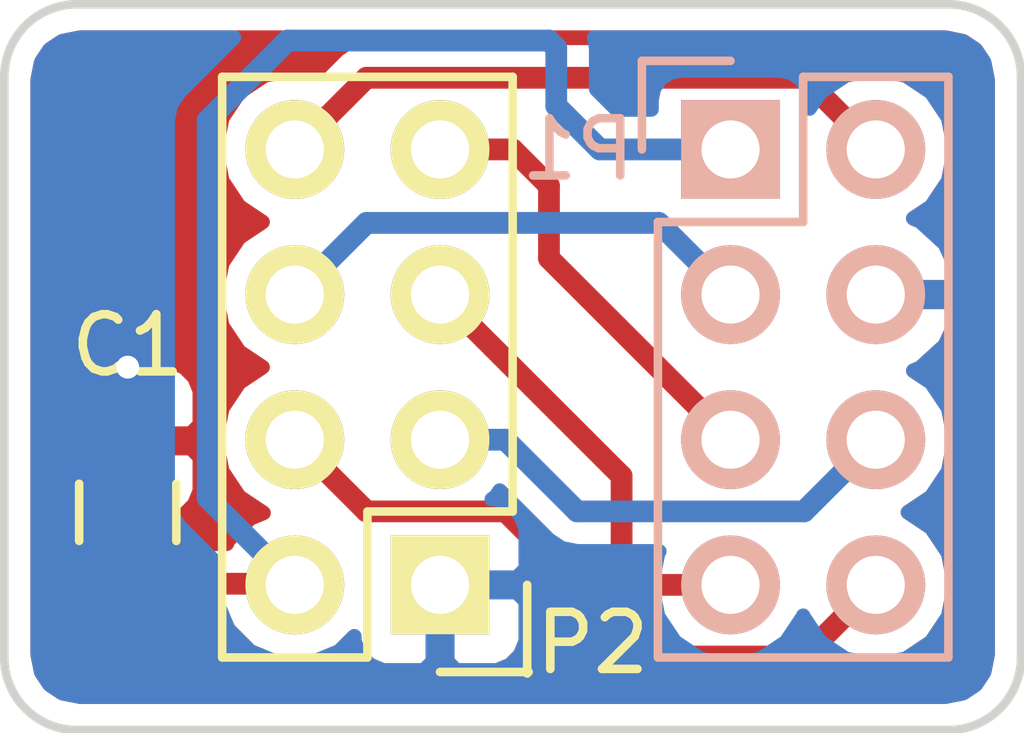
<source format=kicad_pcb>
(kicad_pcb (version 4) (host pcbnew 4.0.2+dfsg1-stable)

  (general
    (links 10)
    (no_connects 2)
    (area 151.054999 86.284999 168.985001 99.135001)
    (thickness 1.6)
    (drawings 8)
    (tracks 36)
    (zones 0)
    (modules 3)
    (nets 9)
  )

  (page A4)
  (layers
    (0 F.Cu signal)
    (31 B.Cu signal)
    (36 B.SilkS user)
    (37 F.SilkS user)
    (38 B.Mask user)
    (39 F.Mask user)
    (44 Edge.Cuts user)
    (46 B.CrtYd user)
    (47 F.CrtYd user)
  )

  (setup
    (last_trace_width 0.381)
    (user_trace_width 0.381)
    (trace_clearance 0.2)
    (zone_clearance 0.381)
    (zone_45_only no)
    (trace_min 0.2)
    (segment_width 0.2)
    (edge_width 0.15)
    (via_size 0.6)
    (via_drill 0.4)
    (via_min_size 0.4)
    (via_min_drill 0.3)
    (uvia_size 0.3)
    (uvia_drill 0.1)
    (uvias_allowed no)
    (uvia_min_size 0)
    (uvia_min_drill 0)
    (pcb_text_width 0.3)
    (pcb_text_size 1.5 1.5)
    (mod_edge_width 0.15)
    (mod_text_size 1 1)
    (mod_text_width 0.15)
    (pad_size 1.524 1.524)
    (pad_drill 0.762)
    (pad_to_mask_clearance 0.2)
    (aux_axis_origin 0 0)
    (visible_elements FFFFFF7F)
    (pcbplotparams
      (layerselection 0x00030_80000001)
      (usegerberextensions false)
      (excludeedgelayer true)
      (linewidth 0.100000)
      (plotframeref false)
      (viasonmask false)
      (mode 1)
      (useauxorigin false)
      (hpglpennumber 1)
      (hpglpenspeed 20)
      (hpglpendiameter 15)
      (hpglpenoverlay 2)
      (psnegative false)
      (psa4output false)
      (plotreference true)
      (plotvalue true)
      (plotinvisibletext false)
      (padsonsilk false)
      (subtractmaskfromsilk false)
      (outputformat 1)
      (mirror false)
      (drillshape 1)
      (scaleselection 1)
      (outputdirectory ""))
  )

  (net 0 "")
  (net 1 VDD)
  (net 2 GND)
  (net 3 ~IRQ)
  (net 4 MOSI)
  (net 5 CE)
  (net 6 MISO)
  (net 7 ~CSN)
  (net 8 SCK)

  (net_class Default "This is the default net class."
    (clearance 0.2)
    (trace_width 0.25)
    (via_dia 0.6)
    (via_drill 0.4)
    (uvia_dia 0.3)
    (uvia_drill 0.1)
    (add_net CE)
    (add_net GND)
    (add_net MISO)
    (add_net MOSI)
    (add_net SCK)
    (add_net VDD)
    (add_net ~CSN)
    (add_net ~IRQ)
  )

  (module Capacitors_SMD:C_0805_HandSoldering (layer F.Cu) (tedit 541A9B8D) (tstamp 5919E44D)
    (at 153.289 95.25 90)
    (descr "Capacitor SMD 0805, hand soldering")
    (tags "capacitor 0805")
    (path /5918EB3F)
    (attr smd)
    (fp_text reference C1 (at 2.921 0 180) (layer F.SilkS)
      (effects (font (size 1 1) (thickness 0.15)))
    )
    (fp_text value 10uF (at 0 2.1 90) (layer F.Fab)
      (effects (font (size 1 1) (thickness 0.15)))
    )
    (fp_line (start -2.3 -1) (end 2.3 -1) (layer F.CrtYd) (width 0.05))
    (fp_line (start -2.3 1) (end 2.3 1) (layer F.CrtYd) (width 0.05))
    (fp_line (start -2.3 -1) (end -2.3 1) (layer F.CrtYd) (width 0.05))
    (fp_line (start 2.3 -1) (end 2.3 1) (layer F.CrtYd) (width 0.05))
    (fp_line (start 0.5 -0.85) (end -0.5 -0.85) (layer F.SilkS) (width 0.15))
    (fp_line (start -0.5 0.85) (end 0.5 0.85) (layer F.SilkS) (width 0.15))
    (pad 1 smd rect (at -1.25 0 90) (size 1.5 1.25) (layers F.Cu F.Mask)
      (net 1 VDD))
    (pad 2 smd rect (at 1.25 0 90) (size 1.5 1.25) (layers F.Cu F.Mask)
      (net 2 GND))
    (model Capacitors_SMD.3dshapes/C_0805_HandSoldering.wrl
      (at (xyz 0 0 0))
      (scale (xyz 1 1 1))
      (rotate (xyz 0 0 0))
    )
  )

  (module nRF24L01p_adapter:Socket_Strip_Straight_2x04_mirrored (layer F.Cu) (tedit 5918BB9C) (tstamp 5919E47D)
    (at 156.21 96.52 90)
    (descr "Through hole socket strip, mirrored")
    (tags "socket strip mirrored")
    (path /5918EADE)
    (fp_text reference P2 (at -1.016 5.207 360) (layer F.SilkS)
      (effects (font (size 1 1) (thickness 0.15)))
    )
    (fp_text value 2x4 (at 0 -3.1 90) (layer F.Fab)
      (effects (font (size 1 1) (thickness 0.15)))
    )
    (fp_line (start -1.75 -1.75) (end -1.75 4.3) (layer F.CrtYd) (width 0.05))
    (fp_line (start 9.4 -1.75) (end 9.4 4.3) (layer F.CrtYd) (width 0.05))
    (fp_line (start -1.75 -1.75) (end 9.4 -1.75) (layer F.CrtYd) (width 0.05))
    (fp_line (start -1.75 4.3) (end 9.4 4.3) (layer F.CrtYd) (width 0.05))
    (fp_line (start -1.27 -1.27) (end 8.89 -1.27) (layer F.SilkS) (width 0.15))
    (fp_line (start 8.89 -1.27) (end 8.89 3.81) (layer F.SilkS) (width 0.15))
    (fp_line (start 8.89 3.81) (end 1.28443 3.81) (layer F.SilkS) (width 0.15))
    (fp_line (start -1.27 1.27) (end -1.27 -1.27) (layer F.SilkS) (width 0.15))
    (fp_line (start 0 4.064) (end -1.55 4.064) (layer F.SilkS) (width 0.15))
    (fp_line (start -1.27 1.27) (end 1.27 1.27) (layer F.SilkS) (width 0.15))
    (fp_line (start 1.28443 3.81) (end 1.28443 1.27) (layer F.SilkS) (width 0.15))
    (fp_line (start -1.524 2.54) (end -1.524 4.09) (layer F.SilkS) (width 0.15))
    (pad 2 thru_hole circle (at 0 0 90) (size 1.7272 1.7272) (drill 1.016) (layers *.Cu *.Mask F.SilkS)
      (net 1 VDD))
    (pad 1 thru_hole rect (at 0 2.54 90) (size 1.7272 1.7272) (drill 1.016) (layers *.Cu *.Mask F.SilkS)
      (net 2 GND))
    (pad 4 thru_hole oval (at 2.54 0 90) (size 1.7272 1.7272) (drill 1.016) (layers *.Cu *.Mask F.SilkS)
      (net 7 ~CSN))
    (pad 3 thru_hole oval (at 2.54 2.54 90) (size 1.7272 1.7272) (drill 1.016) (layers *.Cu *.Mask F.SilkS)
      (net 5 CE))
    (pad 6 thru_hole oval (at 5.08 0 90) (size 1.7272 1.7272) (drill 1.016) (layers *.Cu *.Mask F.SilkS)
      (net 4 MOSI))
    (pad 5 thru_hole oval (at 5.08 2.54 90) (size 1.7272 1.7272) (drill 1.016) (layers *.Cu *.Mask F.SilkS)
      (net 8 SCK))
    (pad 8 thru_hole oval (at 7.62 0 90) (size 1.7272 1.7272) (drill 1.016) (layers *.Cu *.Mask F.SilkS)
      (net 3 ~IRQ))
    (pad 7 thru_hole oval (at 7.62 2.54 90) (size 1.7272 1.7272) (drill 1.016) (layers *.Cu *.Mask F.SilkS)
      (net 6 MISO))
    (model Socket_Strips.3dshapes/Socket_Strip_Straight_2x04.wrl
      (at (xyz 0.15 -0.05 0))
      (scale (xyz 1 1 1))
      (rotate (xyz 0 0 180))
    )
  )

  (module Socket_Strips:Socket_Strip_Straight_2x04 (layer B.Cu) (tedit 5918F609) (tstamp 591BF93B)
    (at 163.83 88.9 270)
    (descr "Through hole socket strip")
    (tags "socket strip")
    (path /5918EA77)
    (fp_text reference P1 (at 0 2.667 360) (layer B.SilkS)
      (effects (font (size 1 1) (thickness 0.15)) (justify mirror))
    )
    (fp_text value 2x4 (at 0 3.1 270) (layer B.Fab)
      (effects (font (size 1 1) (thickness 0.15)) (justify mirror))
    )
    (fp_line (start -1.75 1.75) (end -1.75 -4.3) (layer B.CrtYd) (width 0.05))
    (fp_line (start 9.4 1.75) (end 9.4 -4.3) (layer B.CrtYd) (width 0.05))
    (fp_line (start -1.75 1.75) (end 9.4 1.75) (layer B.CrtYd) (width 0.05))
    (fp_line (start -1.75 -4.3) (end 9.4 -4.3) (layer B.CrtYd) (width 0.05))
    (fp_line (start 1.27 1.27) (end 8.89 1.27) (layer B.SilkS) (width 0.15))
    (fp_line (start 8.89 1.27) (end 8.89 -3.81) (layer B.SilkS) (width 0.15))
    (fp_line (start 8.89 -3.81) (end -1.27 -3.81) (layer B.SilkS) (width 0.15))
    (fp_line (start -1.27 -3.81) (end -1.27 -1.27) (layer B.SilkS) (width 0.15))
    (fp_line (start 0 1.55) (end -1.55 1.55) (layer B.SilkS) (width 0.15))
    (fp_line (start -1.27 -1.27) (end 1.27 -1.27) (layer B.SilkS) (width 0.15))
    (fp_line (start 1.27 -1.27) (end 1.27 1.27) (layer B.SilkS) (width 0.15))
    (fp_line (start -1.55 1.55) (end -1.55 0) (layer B.SilkS) (width 0.15))
    (pad 1 thru_hole rect (at 0 0 270) (size 1.7272 1.7272) (drill 1.016) (layers *.Cu *.Mask B.SilkS)
      (net 1 VDD))
    (pad 2 thru_hole oval (at 0 -2.54 270) (size 1.7272 1.7272) (drill 1.016) (layers *.Cu *.Mask B.SilkS)
      (net 3 ~IRQ))
    (pad 3 thru_hole oval (at 2.54 0 270) (size 1.7272 1.7272) (drill 1.016) (layers *.Cu *.Mask B.SilkS)
      (net 4 MOSI))
    (pad 4 thru_hole oval (at 2.54 -2.54 270) (size 1.7272 1.7272) (drill 1.016) (layers *.Cu *.Mask B.SilkS)
      (net 2 GND))
    (pad 5 thru_hole oval (at 5.08 0 270) (size 1.7272 1.7272) (drill 1.016) (layers *.Cu *.Mask B.SilkS)
      (net 6 MISO))
    (pad 6 thru_hole oval (at 5.08 -2.54 270) (size 1.7272 1.7272) (drill 1.016) (layers *.Cu *.Mask B.SilkS)
      (net 5 CE))
    (pad 7 thru_hole oval (at 7.62 0 270) (size 1.7272 1.7272) (drill 1.016) (layers *.Cu *.Mask B.SilkS)
      (net 8 SCK))
    (pad 8 thru_hole oval (at 7.62 -2.54 270) (size 1.7272 1.7272) (drill 1.016) (layers *.Cu *.Mask B.SilkS)
      (net 7 ~CSN))
    (model Socket_Strips.3dshapes/Socket_Strip_Straight_2x04.wrl
      (at (xyz 0.15 -0.05 0))
      (scale (xyz 1 1 1))
      (rotate (xyz 0 0 180))
    )
  )

  (gr_arc (start 152.4 87.63) (end 151.13 87.63) (angle 90) (layer Edge.Cuts) (width 0.15))
  (gr_arc (start 152.4 97.79) (end 152.4 99.06) (angle 90) (layer Edge.Cuts) (width 0.15))
  (gr_arc (start 167.64 97.79) (end 168.91 97.79) (angle 90) (layer Edge.Cuts) (width 0.15))
  (gr_arc (start 167.64 87.63) (end 167.64 86.36) (angle 90) (layer Edge.Cuts) (width 0.15))
  (gr_line (start 168.91 97.79) (end 168.91 87.63) (layer Edge.Cuts) (width 0.15))
  (gr_line (start 152.4 99.06) (end 167.64 99.06) (layer Edge.Cuts) (width 0.15))
  (gr_line (start 151.13 87.63) (end 151.13 97.79) (layer Edge.Cuts) (width 0.15))
  (gr_line (start 167.64 86.36) (end 152.4 86.36) (layer Edge.Cuts) (width 0.15))

  (segment (start 153.289 96.5) (end 156.19 96.5) (width 0.381) (layer F.Cu) (net 1))
  (segment (start 156.19 96.5) (end 156.21 96.52) (width 0.381) (layer F.Cu) (net 1))
  (segment (start 161.544 88.9) (end 163.83 88.9) (width 0.381) (layer B.Cu) (net 1))
  (segment (start 156.21 96.52) (end 154.686 94.996) (width 0.381) (layer B.Cu) (net 1))
  (segment (start 154.686 94.996) (end 154.686 88.392) (width 0.381) (layer B.Cu) (net 1))
  (segment (start 154.686 88.392) (end 156.083 86.995) (width 0.381) (layer B.Cu) (net 1))
  (segment (start 156.083 86.995) (end 160.655 86.995) (width 0.381) (layer B.Cu) (net 1))
  (segment (start 160.655 86.995) (end 160.782 87.122) (width 0.381) (layer B.Cu) (net 1))
  (segment (start 160.782 87.122) (end 160.782 88.138) (width 0.381) (layer B.Cu) (net 1))
  (segment (start 160.782 88.138) (end 161.544 88.9) (width 0.381) (layer B.Cu) (net 1))
  (segment (start 153.289 94) (end 153.289 92.71) (width 0.381) (layer F.Cu) (net 2))
  (via (at 153.289 92.71) (size 0.6) (drill 0.4) (layers F.Cu B.Cu) (net 2))
  (segment (start 166.37 88.9) (end 165.115899 87.645899) (width 0.381) (layer F.Cu) (net 3))
  (segment (start 165.115899 87.645899) (end 157.464101 87.645899) (width 0.381) (layer F.Cu) (net 3))
  (segment (start 157.464101 87.645899) (end 157.073599 88.036401) (width 0.381) (layer F.Cu) (net 3))
  (segment (start 157.073599 88.036401) (end 156.21 88.9) (width 0.381) (layer F.Cu) (net 3))
  (segment (start 156.21 91.44) (end 157.464101 90.185899) (width 0.381) (layer B.Cu) (net 4))
  (segment (start 162.575899 90.185899) (end 163.83 91.44) (width 0.381) (layer B.Cu) (net 4))
  (segment (start 157.464101 90.185899) (end 162.575899 90.185899) (width 0.381) (layer B.Cu) (net 4))
  (segment (start 165.115899 95.234101) (end 166.37 93.98) (width 0.381) (layer B.Cu) (net 5))
  (segment (start 159.893 93.98) (end 158.75 93.98) (width 0.381) (layer B.Cu) (net 5))
  (segment (start 161.147101 95.234101) (end 159.893 93.98) (width 0.381) (layer B.Cu) (net 5))
  (segment (start 165.115899 95.234101) (end 161.147101 95.234101) (width 0.381) (layer B.Cu) (net 5))
  (segment (start 160.655 90.805) (end 163.83 93.98) (width 0.381) (layer F.Cu) (net 6))
  (segment (start 160.655 90.805) (end 160.655 89.535) (width 0.381) (layer F.Cu) (net 6))
  (segment (start 160.655 89.535) (end 160.02 88.9) (width 0.381) (layer F.Cu) (net 6))
  (segment (start 160.02 88.9) (end 158.75 88.9) (width 0.381) (layer F.Cu) (net 6))
  (segment (start 156.21 93.98) (end 157.464101 95.234101) (width 0.381) (layer F.Cu) (net 7))
  (segment (start 157.464101 95.234101) (end 159.894203 95.234101) (width 0.381) (layer F.Cu) (net 7))
  (segment (start 159.894203 95.234101) (end 162.434203 97.774101) (width 0.381) (layer F.Cu) (net 7))
  (segment (start 162.434203 97.774101) (end 165.115899 97.774101) (width 0.381) (layer F.Cu) (net 7))
  (segment (start 165.115899 97.774101) (end 166.37 96.52) (width 0.381) (layer F.Cu) (net 7))
  (segment (start 158.75 91.44) (end 161.925 94.615) (width 0.381) (layer F.Cu) (net 8))
  (segment (start 161.925 94.615) (end 161.925 95.885) (width 0.381) (layer F.Cu) (net 8))
  (segment (start 161.925 95.885) (end 162.56 96.52) (width 0.381) (layer F.Cu) (net 8))
  (segment (start 162.56 96.52) (end 163.83 96.52) (width 0.381) (layer F.Cu) (net 8))

  (zone (net 2) (net_name GND) (layer F.Cu) (tstamp 0) (hatch edge 0.508)
    (connect_pads (clearance 0.381))
    (min_thickness 0.254)
    (fill yes (arc_segments 16) (thermal_gap 0.508) (thermal_bridge_width 0.508))
    (polygon
      (pts
        (xy 151.13 86.36) (xy 168.91 86.36) (xy 168.91 99.06) (xy 151.13 99.06)
      )
    )
    (filled_polygon
      (pts
        (xy 167.898534 87.005847) (xy 168.117706 87.152294) (xy 168.264153 87.371466) (xy 168.327 87.687421) (xy 168.327 97.732579)
        (xy 168.264153 98.048534) (xy 168.117706 98.267706) (xy 167.898534 98.414153) (xy 167.582578 98.477) (xy 152.457421 98.477)
        (xy 152.141466 98.414153) (xy 151.922294 98.267706) (xy 151.775847 98.048534) (xy 151.713 97.732578) (xy 151.713 94.28575)
        (xy 152.029 94.28575) (xy 152.029 94.876309) (xy 152.125673 95.109698) (xy 152.304301 95.288327) (xy 152.388886 95.323363)
        (xy 152.302847 95.378728) (xy 152.186855 95.548488) (xy 152.146048 95.75) (xy 152.146048 97.25) (xy 152.18147 97.438253)
        (xy 152.292728 97.611153) (xy 152.462488 97.727145) (xy 152.664 97.767952) (xy 153.914 97.767952) (xy 154.102253 97.73253)
        (xy 154.275153 97.621272) (xy 154.391145 97.451512) (xy 154.431952 97.25) (xy 154.431952 97.1985) (xy 155.006277 97.1985)
        (xy 155.046536 97.295934) (xy 155.432037 97.682108) (xy 155.935975 97.891361) (xy 156.481631 97.891837) (xy 156.985934 97.683464)
        (xy 157.2514 97.418461) (xy 157.2514 97.509909) (xy 157.348073 97.743298) (xy 157.526701 97.921927) (xy 157.76009 98.0186)
        (xy 158.46425 98.0186) (xy 158.623 97.85985) (xy 158.623 96.647) (xy 158.603 96.647) (xy 158.603 96.393)
        (xy 158.623 96.393) (xy 158.623 96.373) (xy 158.877 96.373) (xy 158.877 96.393) (xy 158.897 96.393)
        (xy 158.897 96.647) (xy 158.877 96.647) (xy 158.877 97.85985) (xy 159.03575 98.0186) (xy 159.73991 98.0186)
        (xy 159.973299 97.921927) (xy 160.151927 97.743298) (xy 160.2486 97.509909) (xy 160.2486 96.80575) (xy 160.089852 96.647002)
        (xy 160.2486 96.647002) (xy 160.2486 96.576326) (xy 161.940289 98.268015) (xy 162.166899 98.419431) (xy 162.434203 98.472601)
        (xy 165.115899 98.472601) (xy 165.383204 98.419431) (xy 165.609813 98.268015) (xy 166.027487 97.850341) (xy 166.37 97.918471)
        (xy 166.894889 97.814064) (xy 167.339868 97.516739) (xy 167.637193 97.07176) (xy 167.7416 96.546871) (xy 167.7416 96.493129)
        (xy 167.637193 95.96824) (xy 167.339868 95.523261) (xy 166.930903 95.25) (xy 167.339868 94.976739) (xy 167.637193 94.53176)
        (xy 167.7416 94.006871) (xy 167.7416 93.953129) (xy 167.637193 93.42824) (xy 167.339868 92.983261) (xy 167.024534 92.772562)
        (xy 167.144947 92.722688) (xy 167.576821 92.32849) (xy 167.824968 91.799027) (xy 167.704469 91.567) (xy 166.497 91.567)
        (xy 166.497 91.587) (xy 166.243 91.587) (xy 166.243 91.567) (xy 166.223 91.567) (xy 166.223 91.313)
        (xy 166.243 91.313) (xy 166.243 91.293) (xy 166.497 91.293) (xy 166.497 91.313) (xy 167.704469 91.313)
        (xy 167.824968 91.080973) (xy 167.576821 90.55151) (xy 167.144947 90.157312) (xy 167.024534 90.107438) (xy 167.339868 89.896739)
        (xy 167.637193 89.45176) (xy 167.7416 88.926871) (xy 167.7416 88.873129) (xy 167.637193 88.34824) (xy 167.339868 87.903261)
        (xy 166.894889 87.605936) (xy 166.37 87.501529) (xy 166.027487 87.569659) (xy 165.609813 87.151985) (xy 165.383204 87.000569)
        (xy 165.115899 86.947399) (xy 157.464101 86.947399) (xy 157.196796 87.000569) (xy 156.970187 87.151985) (xy 156.552513 87.569659)
        (xy 156.21 87.501529) (xy 155.685111 87.605936) (xy 155.240132 87.903261) (xy 154.942807 88.34824) (xy 154.8384 88.873129)
        (xy 154.8384 88.926871) (xy 154.942807 89.45176) (xy 155.240132 89.896739) (xy 155.649097 90.17) (xy 155.240132 90.443261)
        (xy 154.942807 90.88824) (xy 154.8384 91.413129) (xy 154.8384 91.466871) (xy 154.942807 91.99176) (xy 155.240132 92.436739)
        (xy 155.649097 92.71) (xy 155.240132 92.983261) (xy 154.942807 93.42824) (xy 154.8384 93.953129) (xy 154.8384 94.006871)
        (xy 154.942807 94.53176) (xy 155.240132 94.976739) (xy 155.665453 95.260929) (xy 155.434066 95.356536) (xy 155.047892 95.742037)
        (xy 155.023201 95.8015) (xy 154.431952 95.8015) (xy 154.431952 95.75) (xy 154.39653 95.561747) (xy 154.285272 95.388847)
        (xy 154.189313 95.323281) (xy 154.273699 95.288327) (xy 154.452327 95.109698) (xy 154.549 94.876309) (xy 154.549 94.28575)
        (xy 154.39025 94.127) (xy 153.416 94.127) (xy 153.416 94.147) (xy 153.162 94.147) (xy 153.162 94.127)
        (xy 152.18775 94.127) (xy 152.029 94.28575) (xy 151.713 94.28575) (xy 151.713 93.123691) (xy 152.029 93.123691)
        (xy 152.029 93.71425) (xy 152.18775 93.873) (xy 153.162 93.873) (xy 153.162 92.77375) (xy 153.416 92.77375)
        (xy 153.416 93.873) (xy 154.39025 93.873) (xy 154.549 93.71425) (xy 154.549 93.123691) (xy 154.452327 92.890302)
        (xy 154.273699 92.711673) (xy 154.04031 92.615) (xy 153.57475 92.615) (xy 153.416 92.77375) (xy 153.162 92.77375)
        (xy 153.00325 92.615) (xy 152.53769 92.615) (xy 152.304301 92.711673) (xy 152.125673 92.890302) (xy 152.029 93.123691)
        (xy 151.713 93.123691) (xy 151.713 87.687422) (xy 151.775847 87.371466) (xy 151.922294 87.152294) (xy 152.141466 87.005847)
        (xy 152.457421 86.943) (xy 167.582578 86.943)
      )
    )
  )
  (zone (net 2) (net_name GND) (layer B.Cu) (tstamp 591DD661) (hatch edge 0.508)
    (connect_pads (clearance 0.381))
    (min_thickness 0.254)
    (fill yes (arc_segments 16) (thermal_gap 0.508) (thermal_bridge_width 0.508))
    (polygon
      (pts
        (xy 151.13 86.36) (xy 168.91 86.36) (xy 168.91 99.06) (xy 151.13 99.06)
      )
    )
    (filled_polygon
      (pts
        (xy 154.192086 87.898086) (xy 154.04067 88.124695) (xy 153.996204 88.34824) (xy 153.9875 88.392) (xy 153.9875 94.996)
        (xy 154.04067 95.263305) (xy 154.192086 95.489914) (xy 154.870769 96.168597) (xy 154.838639 96.245975) (xy 154.838163 96.791631)
        (xy 155.046536 97.295934) (xy 155.432037 97.682108) (xy 155.935975 97.891361) (xy 156.481631 97.891837) (xy 156.985934 97.683464)
        (xy 157.2514 97.418461) (xy 157.2514 97.509909) (xy 157.348073 97.743298) (xy 157.526701 97.921927) (xy 157.76009 98.0186)
        (xy 158.46425 98.0186) (xy 158.623 97.85985) (xy 158.623 96.647) (xy 158.877 96.647) (xy 158.877 97.85985)
        (xy 159.03575 98.0186) (xy 159.73991 98.0186) (xy 159.973299 97.921927) (xy 160.151927 97.743298) (xy 160.2486 97.509909)
        (xy 160.2486 96.80575) (xy 160.08985 96.647) (xy 158.877 96.647) (xy 158.623 96.647) (xy 158.603 96.647)
        (xy 158.603 96.393) (xy 158.623 96.393) (xy 158.623 96.373) (xy 158.877 96.373) (xy 158.877 96.393)
        (xy 160.08985 96.393) (xy 160.2486 96.23425) (xy 160.2486 95.530091) (xy 160.151927 95.296702) (xy 159.973299 95.118073)
        (xy 159.73991 95.0214) (xy 159.653028 95.0214) (xy 159.719868 94.976739) (xy 159.792784 94.867612) (xy 160.653187 95.728015)
        (xy 160.879797 95.879431) (xy 161.147101 95.932601) (xy 162.58662 95.932601) (xy 162.562807 95.96824) (xy 162.4584 96.493129)
        (xy 162.4584 96.546871) (xy 162.562807 97.07176) (xy 162.860132 97.516739) (xy 163.305111 97.814064) (xy 163.83 97.918471)
        (xy 164.354889 97.814064) (xy 164.799868 97.516739) (xy 165.097193 97.07176) (xy 165.1 97.057648) (xy 165.102807 97.07176)
        (xy 165.400132 97.516739) (xy 165.845111 97.814064) (xy 166.37 97.918471) (xy 166.894889 97.814064) (xy 167.339868 97.516739)
        (xy 167.637193 97.07176) (xy 167.7416 96.546871) (xy 167.7416 96.493129) (xy 167.637193 95.96824) (xy 167.339868 95.523261)
        (xy 166.930903 95.25) (xy 167.339868 94.976739) (xy 167.637193 94.53176) (xy 167.7416 94.006871) (xy 167.7416 93.953129)
        (xy 167.637193 93.42824) (xy 167.339868 92.983261) (xy 167.024534 92.772562) (xy 167.144947 92.722688) (xy 167.576821 92.32849)
        (xy 167.824968 91.799027) (xy 167.704469 91.567) (xy 166.497 91.567) (xy 166.497 91.587) (xy 166.243 91.587)
        (xy 166.243 91.567) (xy 166.223 91.567) (xy 166.223 91.313) (xy 166.243 91.313) (xy 166.243 91.293)
        (xy 166.497 91.293) (xy 166.497 91.313) (xy 167.704469 91.313) (xy 167.824968 91.080973) (xy 167.576821 90.55151)
        (xy 167.144947 90.157312) (xy 167.024534 90.107438) (xy 167.339868 89.896739) (xy 167.637193 89.45176) (xy 167.7416 88.926871)
        (xy 167.7416 88.873129) (xy 167.637193 88.34824) (xy 167.339868 87.903261) (xy 166.894889 87.605936) (xy 166.37 87.501529)
        (xy 165.845111 87.605936) (xy 165.400132 87.903261) (xy 165.211552 88.185491) (xy 165.211552 88.0364) (xy 165.17613 87.848147)
        (xy 165.064872 87.675247) (xy 164.895112 87.559255) (xy 164.6936 87.518448) (xy 162.9664 87.518448) (xy 162.778147 87.55387)
        (xy 162.605247 87.665128) (xy 162.489255 87.834888) (xy 162.448448 88.0364) (xy 162.448448 88.2015) (xy 161.833328 88.2015)
        (xy 161.4805 87.848672) (xy 161.4805 87.122) (xy 161.444895 86.943) (xy 167.582578 86.943) (xy 167.898534 87.005847)
        (xy 168.117706 87.152294) (xy 168.264153 87.371466) (xy 168.327 87.687421) (xy 168.327 97.732579) (xy 168.264153 98.048534)
        (xy 168.117706 98.267706) (xy 167.898534 98.414153) (xy 167.582578 98.477) (xy 152.457421 98.477) (xy 152.141466 98.414153)
        (xy 151.922294 98.267706) (xy 151.775847 98.048534) (xy 151.713 97.732578) (xy 151.713 87.687422) (xy 151.775847 87.371466)
        (xy 151.922294 87.152294) (xy 152.141466 87.005847) (xy 152.457421 86.943) (xy 155.147172 86.943)
      )
    )
  )
)

</source>
